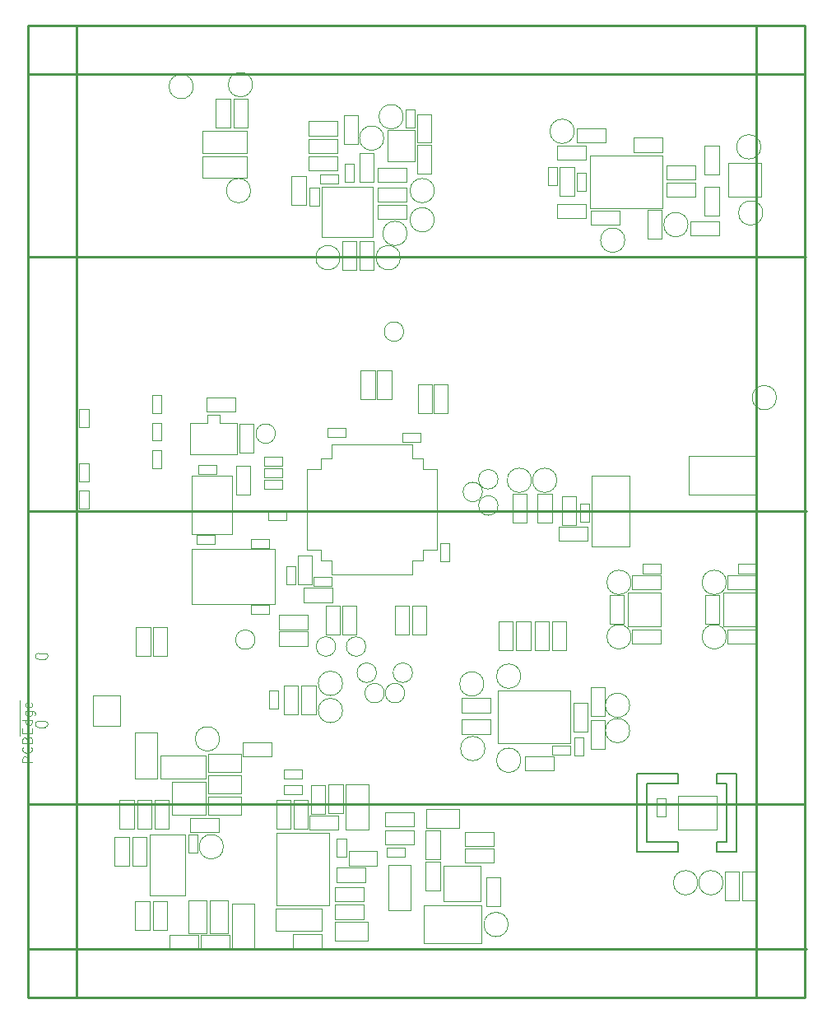
<source format=gbr>
G04 #@! TF.GenerationSoftware,KiCad,Pcbnew,5.1.5+dfsg1-2build2*
G04 #@! TF.CreationDate,2021-09-29T14:40:33+01:00*
G04 #@! TF.ProjectId,OSM_env01,4f534d5f-656e-4763-9031-2e6b69636164,B*
G04 #@! TF.SameCoordinates,Original*
G04 #@! TF.FileFunction,Other,User*
%FSLAX46Y46*%
G04 Gerber Fmt 4.6, Leading zero omitted, Abs format (unit mm)*
G04 Created by KiCad (PCBNEW 5.1.5+dfsg1-2build2) date 2021-09-29 14:40:33*
%MOMM*%
%LPD*%
G04 APERTURE LIST*
%ADD10C,0.150000*%
%ADD11C,0.254000*%
%ADD12C,0.050000*%
%ADD13C,0.100000*%
G04 APERTURE END LIST*
D10*
X155600000Y-113200000D02*
X155600000Y-105200000D01*
X153600000Y-105200000D02*
X155600000Y-105200000D01*
X153600000Y-113200000D02*
X153600000Y-112200000D01*
X153600000Y-113200000D02*
X155600000Y-113200000D01*
X145400000Y-113200000D02*
X145400000Y-105200000D01*
X153600000Y-106200000D02*
X153600000Y-105200000D01*
X149600000Y-106200000D02*
X149600000Y-105200000D01*
X149600000Y-113200000D02*
X145400000Y-113200000D01*
X149600000Y-112200000D02*
X149600000Y-113200000D01*
X147400000Y-112200000D02*
X149600000Y-112200000D01*
X147400000Y-106200000D02*
X149600000Y-106200000D01*
X146400000Y-106200000D02*
X147400000Y-106200000D01*
X146400000Y-112200000D02*
X146400000Y-106200000D01*
X147400000Y-112200000D02*
X146400000Y-112200000D01*
X149600000Y-105200000D02*
X145400000Y-105200000D01*
X153600000Y-112200000D02*
X154600000Y-112200000D01*
X153600000Y-106200000D02*
X154600000Y-106200000D01*
X154600000Y-112200000D02*
X154600000Y-106200000D01*
D11*
X82700000Y-108300000D02*
X162700000Y-108300000D01*
X82710000Y-52000000D02*
X162710000Y-52000000D01*
X82800000Y-78200000D02*
X162800000Y-78200000D01*
X82800000Y-123200000D02*
X162800000Y-123200000D01*
X87700000Y-128200000D02*
X87700000Y-28200000D01*
X157700000Y-128200000D02*
X157700000Y-28200000D01*
X82700000Y-33200000D02*
X162700000Y-33200000D01*
X162700000Y-128200000D02*
X162700000Y-28200000D01*
X82700000Y-128200000D02*
X82700000Y-28200000D01*
X82700000Y-28200000D02*
X162700000Y-28200000D01*
X82700000Y-128200000D02*
X162700000Y-128200000D01*
D12*
X96470000Y-68130000D02*
X96470000Y-66270000D01*
X95530000Y-68130000D02*
X96470000Y-68130000D01*
X95530000Y-66270000D02*
X95530000Y-68130000D01*
X96470000Y-66270000D02*
X95530000Y-66270000D01*
X95530000Y-69070000D02*
X95530000Y-70930000D01*
X96470000Y-69070000D02*
X95530000Y-69070000D01*
X96470000Y-70930000D02*
X96470000Y-69070000D01*
X95530000Y-70930000D02*
X96470000Y-70930000D01*
X88030000Y-73270000D02*
X88030000Y-75130000D01*
X88970000Y-73270000D02*
X88030000Y-73270000D01*
X88970000Y-75130000D02*
X88970000Y-73270000D01*
X88030000Y-75130000D02*
X88970000Y-75130000D01*
X122300000Y-94800000D02*
G75*
G03X122300000Y-94800000I-1000000J0D01*
G01*
X140750000Y-74550000D02*
X144650000Y-74550000D01*
X144650000Y-74562230D02*
X144650000Y-81850000D01*
X140750000Y-81850000D02*
X144650000Y-81850000D01*
X140750000Y-81850000D02*
X140750000Y-74561350D01*
X140750000Y-74550000D02*
X140750000Y-74561350D01*
X115330000Y-42470000D02*
X115330000Y-44330000D01*
X116270000Y-42470000D02*
X115330000Y-42470000D01*
X116270000Y-44330000D02*
X116270000Y-42470000D01*
X115330000Y-44330000D02*
X116270000Y-44330000D01*
X109870000Y-43720000D02*
X109870000Y-46680000D01*
X111330000Y-43720000D02*
X109870000Y-43720000D01*
X111330000Y-46680000D02*
X111330000Y-43720000D01*
X109870000Y-46680000D02*
X111330000Y-46680000D01*
X111730000Y-44870000D02*
X111730000Y-46730000D01*
X112670000Y-44870000D02*
X111730000Y-44870000D01*
X112670000Y-46730000D02*
X112670000Y-44870000D01*
X111730000Y-46730000D02*
X112670000Y-46730000D01*
X88030000Y-67670000D02*
X88030000Y-69530000D01*
X88970000Y-67670000D02*
X88030000Y-67670000D01*
X88970000Y-69530000D02*
X88970000Y-67670000D01*
X88030000Y-69530000D02*
X88970000Y-69530000D01*
X95530000Y-71870000D02*
X95530000Y-73730000D01*
X96470000Y-71870000D02*
X95530000Y-71870000D01*
X96470000Y-73730000D02*
X96470000Y-71870000D01*
X95530000Y-73730000D02*
X96470000Y-73730000D01*
X139870000Y-103280000D02*
X139870000Y-101420000D01*
X138930000Y-103280000D02*
X139870000Y-103280000D01*
X138930000Y-101420000D02*
X138930000Y-103280000D01*
X139870000Y-101420000D02*
X138930000Y-101420000D01*
X139230000Y-43370000D02*
X139230000Y-45230000D01*
X140170000Y-43370000D02*
X139230000Y-43370000D01*
X140170000Y-45230000D02*
X140170000Y-43370000D01*
X139230000Y-45230000D02*
X140170000Y-45230000D01*
X148395000Y-109555000D02*
X148395000Y-107695000D01*
X147455000Y-109555000D02*
X148395000Y-109555000D01*
X147455000Y-107695000D02*
X147455000Y-109555000D01*
X148395000Y-107695000D02*
X147455000Y-107695000D01*
X122570000Y-38730000D02*
X122570000Y-36870000D01*
X121630000Y-38730000D02*
X122570000Y-38730000D01*
X121630000Y-36870000D02*
X121630000Y-38730000D01*
X122570000Y-36870000D02*
X121630000Y-36870000D01*
X88030000Y-76070000D02*
X88030000Y-77930000D01*
X88970000Y-76070000D02*
X88030000Y-76070000D01*
X88970000Y-77930000D02*
X88970000Y-76070000D01*
X88030000Y-77930000D02*
X88970000Y-77930000D01*
X115450000Y-106250000D02*
X117750000Y-106250000D01*
X117750000Y-110950000D02*
X117750000Y-106250000D01*
X115450000Y-110950000D02*
X117750000Y-110950000D01*
X115450000Y-106250000D02*
X115450000Y-110950000D01*
X147850000Y-90050000D02*
X147850000Y-86550000D01*
X144450000Y-90050000D02*
X147850000Y-90050000D01*
X144450000Y-86550000D02*
X144450000Y-90050000D01*
X147850000Y-86550000D02*
X144450000Y-86550000D01*
X157650000Y-90050000D02*
X157650000Y-86550000D01*
X154250000Y-90050000D02*
X157650000Y-90050000D01*
X154250000Y-86550000D02*
X154250000Y-90050000D01*
X157650000Y-86550000D02*
X154250000Y-86550000D01*
X112950000Y-119050000D02*
X112950000Y-121350000D01*
X108250000Y-121350000D02*
X112950000Y-121350000D01*
X108250000Y-119050000D02*
X108250000Y-121350000D01*
X112950000Y-119050000D02*
X108250000Y-119050000D01*
X123450000Y-122650000D02*
X129350000Y-122650000D01*
X123450000Y-118750000D02*
X123450000Y-122650000D01*
X129350000Y-118750000D02*
X123450000Y-118750000D01*
X129350000Y-122650000D02*
X129350000Y-118750000D01*
X108300000Y-118700000D02*
X108300000Y-111300000D01*
X113700000Y-118700000D02*
X108300000Y-118700000D01*
X113700000Y-111300000D02*
X113700000Y-118700000D01*
X108300000Y-111300000D02*
X113700000Y-111300000D01*
X125130000Y-113980000D02*
X125130000Y-111020000D01*
X123670000Y-113980000D02*
X125130000Y-113980000D01*
X123670000Y-111020000D02*
X123670000Y-113980000D01*
X125130000Y-111020000D02*
X123670000Y-111020000D01*
X125130000Y-117180000D02*
X125130000Y-114220000D01*
X123670000Y-117180000D02*
X125130000Y-117180000D01*
X123670000Y-114220000D02*
X123670000Y-117180000D01*
X125130000Y-114220000D02*
X123670000Y-114220000D01*
X115270000Y-37420000D02*
X115270000Y-40380000D01*
X116730000Y-37420000D02*
X115270000Y-37420000D01*
X116730000Y-40380000D02*
X116730000Y-37420000D01*
X115270000Y-40380000D02*
X116730000Y-40380000D01*
X118330000Y-53380000D02*
X118330000Y-50420000D01*
X116870000Y-53380000D02*
X118330000Y-53380000D01*
X116870000Y-50420000D02*
X116870000Y-53380000D01*
X118330000Y-50420000D02*
X116870000Y-50420000D01*
X116530000Y-53367500D02*
X116530000Y-50407500D01*
X115070000Y-53367500D02*
X116530000Y-53367500D01*
X115070000Y-50407500D02*
X115070000Y-53367500D01*
X116530000Y-50407500D02*
X115070000Y-50407500D01*
X95770000Y-107920000D02*
X95770000Y-110880000D01*
X97230000Y-107920000D02*
X95770000Y-107920000D01*
X97230000Y-110880000D02*
X97230000Y-107920000D01*
X95770000Y-110880000D02*
X97230000Y-110880000D01*
X110070000Y-107920000D02*
X110070000Y-110880000D01*
X111530000Y-107920000D02*
X110070000Y-107920000D01*
X111530000Y-110880000D02*
X111530000Y-107920000D01*
X110070000Y-110880000D02*
X111530000Y-110880000D01*
X108270000Y-107920000D02*
X108270000Y-110880000D01*
X109730000Y-107920000D02*
X108270000Y-107920000D01*
X109730000Y-110880000D02*
X109730000Y-107920000D01*
X108270000Y-110880000D02*
X109730000Y-110880000D01*
X110880000Y-96110000D02*
X110880000Y-99070000D01*
X112340000Y-96110000D02*
X110880000Y-96110000D01*
X112340000Y-99070000D02*
X112340000Y-96110000D01*
X110880000Y-99070000D02*
X112340000Y-99070000D01*
X110540000Y-99070000D02*
X110540000Y-96110000D01*
X109080000Y-99070000D02*
X110540000Y-99070000D01*
X109080000Y-96110000D02*
X109080000Y-99070000D01*
X110540000Y-96110000D02*
X109080000Y-96110000D01*
X118680000Y-113170000D02*
X115720000Y-113170000D01*
X118680000Y-114630000D02*
X118680000Y-113170000D01*
X115720000Y-114630000D02*
X118680000Y-114630000D01*
X115720000Y-113170000D02*
X115720000Y-114630000D01*
X117280000Y-116870000D02*
X114320000Y-116870000D01*
X117280000Y-118330000D02*
X117280000Y-116870000D01*
X114320000Y-118330000D02*
X117280000Y-118330000D01*
X114320000Y-116870000D02*
X114320000Y-118330000D01*
X117280000Y-118670000D02*
X114320000Y-118670000D01*
X117280000Y-120130000D02*
X117280000Y-118670000D01*
X114320000Y-120130000D02*
X117280000Y-120130000D01*
X114320000Y-118670000D02*
X114320000Y-120130000D01*
X133920000Y-104880000D02*
X136880000Y-104880000D01*
X133920000Y-103420000D02*
X133920000Y-104880000D01*
X136880000Y-103420000D02*
X133920000Y-103420000D01*
X136880000Y-104880000D02*
X136880000Y-103420000D01*
X142130000Y-99230000D02*
X142130000Y-96270000D01*
X140670000Y-99230000D02*
X142130000Y-99230000D01*
X140670000Y-96270000D02*
X140670000Y-99230000D01*
X142130000Y-96270000D02*
X140670000Y-96270000D01*
X140330000Y-100830000D02*
X140330000Y-97870000D01*
X138870000Y-100830000D02*
X140330000Y-100830000D01*
X138870000Y-97870000D02*
X138870000Y-100830000D01*
X140330000Y-97870000D02*
X138870000Y-97870000D01*
X142130000Y-102630000D02*
X142130000Y-99670000D01*
X140670000Y-102630000D02*
X142130000Y-102630000D01*
X140670000Y-99670000D02*
X140670000Y-102630000D01*
X142130000Y-99670000D02*
X140670000Y-99670000D01*
X116870000Y-41370000D02*
X116870000Y-44330000D01*
X118330000Y-41370000D02*
X116870000Y-41370000D01*
X118330000Y-44330000D02*
X118330000Y-41370000D01*
X116870000Y-44330000D02*
X118330000Y-44330000D01*
X121680000Y-42870000D02*
X118720000Y-42870000D01*
X121680000Y-44330000D02*
X121680000Y-42870000D01*
X118720000Y-44330000D02*
X121680000Y-44330000D01*
X118720000Y-42870000D02*
X118720000Y-44330000D01*
X121680000Y-44870000D02*
X118720000Y-44870000D01*
X121680000Y-46330000D02*
X121680000Y-44870000D01*
X118720000Y-46330000D02*
X121680000Y-46330000D01*
X118720000Y-44870000D02*
X118720000Y-46330000D01*
X121680000Y-46670000D02*
X118720000Y-46670000D01*
X121680000Y-48130000D02*
X121680000Y-46670000D01*
X118720000Y-48130000D02*
X121680000Y-48130000D01*
X118720000Y-46670000D02*
X118720000Y-48130000D01*
X142180000Y-38770000D02*
X139220000Y-38770000D01*
X142180000Y-40230000D02*
X142180000Y-38770000D01*
X139220000Y-40230000D02*
X142180000Y-40230000D01*
X139220000Y-38770000D02*
X139220000Y-40230000D01*
X140620000Y-48730000D02*
X143580000Y-48730000D01*
X140620000Y-47270000D02*
X140620000Y-48730000D01*
X143580000Y-47270000D02*
X140620000Y-47270000D01*
X143580000Y-48730000D02*
X143580000Y-47270000D01*
X140180000Y-40570000D02*
X137220000Y-40570000D01*
X140180000Y-42030000D02*
X140180000Y-40570000D01*
X137220000Y-42030000D02*
X140180000Y-42030000D01*
X137220000Y-40570000D02*
X137220000Y-42030000D01*
X148420000Y-44030000D02*
X151380000Y-44030000D01*
X148420000Y-42570000D02*
X148420000Y-44030000D01*
X151380000Y-42570000D02*
X148420000Y-42570000D01*
X151380000Y-44030000D02*
X151380000Y-42570000D01*
X144870000Y-91830000D02*
X147830000Y-91830000D01*
X144870000Y-90370000D02*
X144870000Y-91830000D01*
X147830000Y-90370000D02*
X144870000Y-90370000D01*
X147830000Y-91830000D02*
X147830000Y-90370000D01*
X147830000Y-84770000D02*
X144870000Y-84770000D01*
X147830000Y-86230000D02*
X147830000Y-84770000D01*
X144870000Y-86230000D02*
X147830000Y-86230000D01*
X144870000Y-84770000D02*
X144870000Y-86230000D01*
X154670000Y-91830000D02*
X157630000Y-91830000D01*
X154670000Y-90370000D02*
X154670000Y-91830000D01*
X157630000Y-90370000D02*
X154670000Y-90370000D01*
X157630000Y-91830000D02*
X157630000Y-90370000D01*
X157630000Y-84770000D02*
X154670000Y-84770000D01*
X157630000Y-86230000D02*
X157630000Y-84770000D01*
X154670000Y-86230000D02*
X157630000Y-86230000D01*
X154670000Y-84770000D02*
X154670000Y-86230000D01*
X156270000Y-115270000D02*
X156270000Y-118230000D01*
X157730000Y-115270000D02*
X156270000Y-115270000D01*
X157730000Y-118230000D02*
X157730000Y-115270000D01*
X156270000Y-118230000D02*
X157730000Y-118230000D01*
X155930000Y-118230000D02*
X155930000Y-115270000D01*
X154470000Y-118230000D02*
X155930000Y-118230000D01*
X154470000Y-115270000D02*
X154470000Y-118230000D01*
X155930000Y-115270000D02*
X154470000Y-115270000D01*
X144080000Y-89780000D02*
X144080000Y-86820000D01*
X142620000Y-89780000D02*
X144080000Y-89780000D01*
X142620000Y-86820000D02*
X142620000Y-89780000D01*
X144080000Y-86820000D02*
X142620000Y-86820000D01*
X153880000Y-89780000D02*
X153880000Y-86820000D01*
X152420000Y-89780000D02*
X153880000Y-89780000D01*
X152420000Y-86820000D02*
X152420000Y-89780000D01*
X153880000Y-86820000D02*
X152420000Y-86820000D01*
X100720000Y-41320000D02*
X105280000Y-41320000D01*
X100720000Y-39080000D02*
X100720000Y-41320000D01*
X105280000Y-39080000D02*
X100720000Y-39080000D01*
X105280000Y-41320000D02*
X105280000Y-39080000D01*
X103870000Y-35720000D02*
X103870000Y-38680000D01*
X105330000Y-35720000D02*
X103870000Y-35720000D01*
X105330000Y-38680000D02*
X105330000Y-35720000D01*
X103870000Y-38680000D02*
X105330000Y-38680000D01*
X102070000Y-35720000D02*
X102070000Y-38680000D01*
X103530000Y-35720000D02*
X102070000Y-35720000D01*
X103530000Y-38680000D02*
X103530000Y-35720000D01*
X102070000Y-38680000D02*
X103530000Y-38680000D01*
X114680000Y-109470000D02*
X111720000Y-109470000D01*
X114680000Y-110930000D02*
X114680000Y-109470000D01*
X111720000Y-110930000D02*
X114680000Y-110930000D01*
X111720000Y-109470000D02*
X111720000Y-110930000D01*
X110020000Y-123130000D02*
X112980000Y-123130000D01*
X110020000Y-121670000D02*
X110020000Y-123130000D01*
X112980000Y-121670000D02*
X110020000Y-121670000D01*
X112980000Y-123130000D02*
X112980000Y-121670000D01*
X125500000Y-114700000D02*
X125500000Y-118300000D01*
X129300000Y-114700000D02*
X125500000Y-114700000D01*
X129300000Y-118300000D02*
X129300000Y-114700000D01*
X125500000Y-118300000D02*
X129300000Y-118300000D01*
X138500000Y-102050000D02*
X131100000Y-102050000D01*
X138500000Y-96650000D02*
X138500000Y-102050000D01*
X131100000Y-96650000D02*
X138500000Y-96650000D01*
X131100000Y-102050000D02*
X131100000Y-96650000D01*
X119700000Y-42200000D02*
X119700000Y-39000000D01*
X122500000Y-42200000D02*
X122500000Y-39000000D01*
X122500000Y-42200000D02*
X119700000Y-42200000D01*
X119700000Y-39000000D02*
X122500000Y-39000000D01*
X109070000Y-105670000D02*
X110930000Y-105670000D01*
X109070000Y-104730000D02*
X109070000Y-105670000D01*
X110930000Y-104730000D02*
X109070000Y-104730000D01*
X110930000Y-105670000D02*
X110930000Y-104730000D01*
X113570000Y-70570000D02*
X115430000Y-70570000D01*
X113570000Y-69630000D02*
X113570000Y-70570000D01*
X115430000Y-69630000D02*
X113570000Y-69630000D01*
X115430000Y-70570000D02*
X115430000Y-69630000D01*
X113980000Y-84930000D02*
X112120000Y-84930000D01*
X113980000Y-85870000D02*
X113980000Y-84930000D01*
X112120000Y-85870000D02*
X113980000Y-85870000D01*
X112120000Y-84930000D02*
X112120000Y-85870000D01*
X125130000Y-81470000D02*
X125130000Y-83330000D01*
X126070000Y-81470000D02*
X125130000Y-81470000D01*
X126070000Y-83330000D02*
X126070000Y-81470000D01*
X125130000Y-83330000D02*
X126070000Y-83330000D01*
X121270000Y-71070000D02*
X123130000Y-71070000D01*
X121270000Y-70130000D02*
X121270000Y-71070000D01*
X123130000Y-70130000D02*
X121270000Y-70130000D01*
X123130000Y-71070000D02*
X123130000Y-70130000D01*
X137670000Y-76620000D02*
X137670000Y-79580000D01*
X139130000Y-76620000D02*
X137670000Y-76620000D01*
X139130000Y-79580000D02*
X139130000Y-76620000D01*
X137670000Y-79580000D02*
X139130000Y-79580000D01*
X139530000Y-77370000D02*
X139530000Y-79230000D01*
X140470000Y-77370000D02*
X139530000Y-77370000D01*
X140470000Y-79230000D02*
X140470000Y-77370000D01*
X139530000Y-79230000D02*
X140470000Y-79230000D01*
X107470000Y-79070000D02*
X109330000Y-79070000D01*
X107470000Y-78130000D02*
X107470000Y-79070000D01*
X109330000Y-78130000D02*
X107470000Y-78130000D01*
X109330000Y-79070000D02*
X109330000Y-78130000D01*
X159750000Y-66500000D02*
G75*
G03X159750000Y-66500000I-1250000J0D01*
G01*
X99750000Y-34500000D02*
G75*
G03X99750000Y-34500000I-1250000J0D01*
G01*
X134030000Y-79380000D02*
X134030000Y-76420000D01*
X132570000Y-79380000D02*
X134030000Y-79380000D01*
X132570000Y-76420000D02*
X132570000Y-79380000D01*
X134030000Y-76420000D02*
X132570000Y-76420000D01*
X136630000Y-79380000D02*
X136630000Y-76420000D01*
X135170000Y-79380000D02*
X136630000Y-79380000D01*
X135170000Y-76420000D02*
X135170000Y-79380000D01*
X136630000Y-76420000D02*
X135170000Y-76420000D01*
X104820000Y-103430000D02*
X107780000Y-103430000D01*
X104820000Y-101970000D02*
X104820000Y-103430000D01*
X107780000Y-101970000D02*
X104820000Y-101970000D01*
X107780000Y-103430000D02*
X107780000Y-101970000D01*
X120130000Y-66680000D02*
X120130000Y-63720000D01*
X118670000Y-66680000D02*
X120130000Y-66680000D01*
X118670000Y-63720000D02*
X118670000Y-66680000D01*
X120130000Y-63720000D02*
X118670000Y-63720000D01*
X118430000Y-66680000D02*
X118430000Y-63720000D01*
X116970000Y-66680000D02*
X118430000Y-66680000D01*
X116970000Y-63720000D02*
X116970000Y-66680000D01*
X118430000Y-63720000D02*
X116970000Y-63720000D01*
X120470000Y-87932500D02*
X120470000Y-90892500D01*
X121930000Y-87932500D02*
X120470000Y-87932500D01*
X121930000Y-90892500D02*
X121930000Y-87932500D01*
X120470000Y-90892500D02*
X121930000Y-90892500D01*
X122270000Y-87932500D02*
X122270000Y-90892500D01*
X123730000Y-87932500D02*
X122270000Y-87932500D01*
X123730000Y-90892500D02*
X123730000Y-87932500D01*
X122270000Y-90892500D02*
X123730000Y-90892500D01*
X124330000Y-68080000D02*
X124330000Y-65120000D01*
X122870000Y-68080000D02*
X124330000Y-68080000D01*
X122870000Y-65120000D02*
X122870000Y-68080000D01*
X124330000Y-65120000D02*
X122870000Y-65120000D01*
X125930000Y-68080000D02*
X125930000Y-65120000D01*
X124470000Y-68080000D02*
X125930000Y-68080000D01*
X124470000Y-65120000D02*
X124470000Y-68080000D01*
X125930000Y-65120000D02*
X124470000Y-65120000D01*
X131170000Y-89520000D02*
X131170000Y-92480000D01*
X132630000Y-89520000D02*
X131170000Y-89520000D01*
X132630000Y-92480000D02*
X132630000Y-89520000D01*
X131170000Y-92480000D02*
X132630000Y-92480000D01*
X134430000Y-92480000D02*
X134430000Y-89520000D01*
X132970000Y-92480000D02*
X134430000Y-92480000D01*
X132970000Y-89520000D02*
X132970000Y-92480000D01*
X134430000Y-89520000D02*
X132970000Y-89520000D01*
X134870000Y-89520000D02*
X134870000Y-92480000D01*
X136330000Y-89520000D02*
X134870000Y-89520000D01*
X136330000Y-92480000D02*
X136330000Y-89520000D01*
X134870000Y-92480000D02*
X136330000Y-92480000D01*
X138130000Y-92480000D02*
X138130000Y-89520000D01*
X136670000Y-92480000D02*
X138130000Y-92480000D01*
X136670000Y-89520000D02*
X136670000Y-92480000D01*
X138130000Y-89520000D02*
X136670000Y-89520000D01*
X151380000Y-44370000D02*
X148420000Y-44370000D01*
X151380000Y-45830000D02*
X151380000Y-44370000D01*
X148420000Y-45830000D02*
X151380000Y-45830000D01*
X148420000Y-44370000D02*
X148420000Y-45830000D01*
X104120000Y-73520000D02*
X104120000Y-76480000D01*
X105580000Y-73520000D02*
X104120000Y-73520000D01*
X105580000Y-76480000D02*
X105580000Y-73520000D01*
X104120000Y-76480000D02*
X105580000Y-76480000D01*
X111870000Y-106332500D02*
X111870000Y-109292500D01*
X113330000Y-106332500D02*
X111870000Y-106332500D01*
X113330000Y-109292500D02*
X113330000Y-106332500D01*
X111870000Y-109292500D02*
X113330000Y-109292500D01*
X115130000Y-109280000D02*
X115130000Y-106320000D01*
X113670000Y-109280000D02*
X115130000Y-109280000D01*
X113670000Y-106320000D02*
X113670000Y-109280000D01*
X115130000Y-106320000D02*
X113670000Y-106320000D01*
X137320000Y-81230000D02*
X140280000Y-81230000D01*
X137320000Y-79770000D02*
X137320000Y-81230000D01*
X140280000Y-79770000D02*
X137320000Y-79770000D01*
X140280000Y-81230000D02*
X140280000Y-79770000D01*
X100720000Y-43920000D02*
X105280000Y-43920000D01*
X100720000Y-41680000D02*
X100720000Y-43920000D01*
X105280000Y-41680000D02*
X100720000Y-41680000D01*
X105280000Y-43920000D02*
X105280000Y-41680000D01*
X99450000Y-72370000D02*
X99450000Y-69080000D01*
X104250000Y-72370000D02*
X99450000Y-72370000D01*
X104250000Y-69080000D02*
X104250000Y-72370000D01*
X99450000Y-69080000D02*
X101200000Y-69080000D01*
X102500000Y-69080000D02*
X104250000Y-69080000D01*
X102500000Y-68270000D02*
X102500000Y-69080000D01*
X101200000Y-68270000D02*
X102500000Y-68270000D01*
X101200000Y-69080000D02*
X101200000Y-68270000D01*
D13*
X84500000Y-92800000D02*
G75*
G02X84500000Y-93400000I0J-300000D01*
G01*
X83800000Y-92800000D02*
X84500000Y-92800000D01*
X84500000Y-93400000D02*
X83800000Y-93400000D01*
X83800000Y-93400000D02*
G75*
G02X83800000Y-92800000I0J300000D01*
G01*
X84500000Y-99800000D02*
G75*
G02X84500000Y-100400000I0J-300000D01*
G01*
X83800000Y-99800000D02*
X84500000Y-99800000D01*
X84500000Y-100400000D02*
X83800000Y-100400000D01*
X83800000Y-100400000D02*
G75*
G02X83800000Y-99800000I0J300000D01*
G01*
D12*
X118200000Y-50000000D02*
X113000000Y-50000000D01*
X118200000Y-44800000D02*
X118200000Y-50000000D01*
X113000000Y-44800000D02*
X118200000Y-44800000D01*
X113000000Y-50000000D02*
X113000000Y-44800000D01*
X124825001Y-73824999D02*
X124825001Y-77974999D01*
X123375001Y-73824999D02*
X124825001Y-73824999D01*
X123375001Y-72724999D02*
X123375001Y-73824999D01*
X122275001Y-72724999D02*
X123375001Y-72724999D01*
X122275001Y-71274999D02*
X122275001Y-72724999D01*
X118125001Y-71274999D02*
X122275001Y-71274999D01*
X111425001Y-73824999D02*
X111425001Y-77974999D01*
X112875001Y-73824999D02*
X111425001Y-73824999D01*
X112875001Y-72724999D02*
X112875001Y-73824999D01*
X113975001Y-72724999D02*
X112875001Y-72724999D01*
X113975001Y-71274999D02*
X113975001Y-72724999D01*
X118125001Y-71274999D02*
X113975001Y-71274999D01*
X124825001Y-82124999D02*
X124825001Y-77974999D01*
X123375001Y-82124999D02*
X124825001Y-82124999D01*
X123375001Y-83224999D02*
X123375001Y-82124999D01*
X122275001Y-83224999D02*
X123375001Y-83224999D01*
X122275001Y-84674999D02*
X122275001Y-83224999D01*
X118125001Y-84674999D02*
X122275001Y-84674999D01*
X111425001Y-82124999D02*
X111425001Y-77974999D01*
X112875001Y-82124999D02*
X111425001Y-82124999D01*
X112875001Y-83224999D02*
X112875001Y-82124999D01*
X113975001Y-83224999D02*
X112875001Y-83224999D01*
X113975001Y-84674999D02*
X113975001Y-83224999D01*
X118125001Y-84674999D02*
X113975001Y-84674999D01*
X103750000Y-74500000D02*
X103750000Y-80500000D01*
X99550000Y-74500000D02*
X103750000Y-74500000D01*
X99550000Y-80500000D02*
X99550000Y-74500000D01*
X103750000Y-80500000D02*
X99550000Y-80500000D01*
X99550000Y-82100000D02*
X108150000Y-82100000D01*
X99550000Y-87700000D02*
X99550000Y-82100000D01*
X108150000Y-87700000D02*
X99550000Y-87700000D01*
X108150000Y-82100000D02*
X108150000Y-87700000D01*
X137220000Y-48030000D02*
X140180000Y-48030000D01*
X137220000Y-46570000D02*
X137220000Y-48030000D01*
X140180000Y-46570000D02*
X137220000Y-46570000D01*
X140180000Y-48030000D02*
X140180000Y-46570000D01*
X146470000Y-47220000D02*
X146470000Y-50180000D01*
X147930000Y-47220000D02*
X146470000Y-47220000D01*
X147930000Y-50180000D02*
X147930000Y-47220000D01*
X146470000Y-50180000D02*
X147930000Y-50180000D01*
X158200000Y-45850000D02*
X158200000Y-42350000D01*
X154800000Y-45850000D02*
X158200000Y-45850000D01*
X154800000Y-42350000D02*
X154800000Y-45850000D01*
X158200000Y-42350000D02*
X154800000Y-42350000D01*
X145020000Y-41230000D02*
X147980000Y-41230000D01*
X145020000Y-39770000D02*
X145020000Y-41230000D01*
X147980000Y-39770000D02*
X145020000Y-39770000D01*
X147980000Y-41230000D02*
X147980000Y-39770000D01*
X99250000Y-118220000D02*
X99250000Y-121580000D01*
X101150000Y-118220000D02*
X99250000Y-118220000D01*
X101150000Y-121580000D02*
X101150000Y-118220000D01*
X99250000Y-121580000D02*
X101150000Y-121580000D01*
X101450000Y-118220000D02*
X101450000Y-121580000D01*
X103350000Y-118220000D02*
X101450000Y-118220000D01*
X103350000Y-121580000D02*
X103350000Y-118220000D01*
X101450000Y-121580000D02*
X103350000Y-121580000D01*
X104680000Y-107550000D02*
X101320000Y-107550000D01*
X104680000Y-109450000D02*
X104680000Y-107550000D01*
X101320000Y-109450000D02*
X104680000Y-109450000D01*
X101320000Y-107550000D02*
X101320000Y-109450000D01*
X104680000Y-105350000D02*
X101320000Y-105350000D01*
X104680000Y-107250000D02*
X104680000Y-105350000D01*
X101320000Y-107250000D02*
X104680000Y-107250000D01*
X101320000Y-105350000D02*
X101320000Y-107250000D01*
X93630000Y-110880000D02*
X93630000Y-107920000D01*
X92170000Y-110880000D02*
X93630000Y-110880000D01*
X92170000Y-107920000D02*
X92170000Y-110880000D01*
X93630000Y-107920000D02*
X92170000Y-107920000D01*
X103480000Y-121770000D02*
X100520000Y-121770000D01*
X103480000Y-123230000D02*
X103480000Y-121770000D01*
X100520000Y-123230000D02*
X103480000Y-123230000D01*
X100520000Y-121770000D02*
X100520000Y-123230000D01*
X101050000Y-106000000D02*
X97550000Y-106000000D01*
X101050000Y-109400000D02*
X101050000Y-106000000D01*
X97550000Y-109400000D02*
X101050000Y-109400000D01*
X97550000Y-106000000D02*
X97550000Y-109400000D01*
X97320000Y-123230000D02*
X100280000Y-123230000D01*
X97320000Y-121770000D02*
X97320000Y-123230000D01*
X100280000Y-121770000D02*
X97320000Y-121770000D01*
X100280000Y-123230000D02*
X100280000Y-121770000D01*
X93770000Y-118320000D02*
X93770000Y-121280000D01*
X95230000Y-118320000D02*
X93770000Y-118320000D01*
X95230000Y-121280000D02*
X95230000Y-118320000D01*
X93770000Y-121280000D02*
X95230000Y-121280000D01*
X93130000Y-114680000D02*
X93130000Y-111720000D01*
X91670000Y-114680000D02*
X93130000Y-114680000D01*
X91670000Y-111720000D02*
X91670000Y-114680000D01*
X93130000Y-111720000D02*
X91670000Y-111720000D01*
X95570000Y-118320000D02*
X95570000Y-121280000D01*
X97030000Y-118320000D02*
X95570000Y-118320000D01*
X97030000Y-121280000D02*
X97030000Y-118320000D01*
X95570000Y-121280000D02*
X97030000Y-121280000D01*
X94930000Y-114680000D02*
X94930000Y-111720000D01*
X93470000Y-114680000D02*
X94930000Y-114680000D01*
X93470000Y-111720000D02*
X93470000Y-114680000D01*
X94930000Y-111720000D02*
X93470000Y-111720000D01*
X95430000Y-110880000D02*
X95430000Y-107920000D01*
X93970000Y-110880000D02*
X95430000Y-110880000D01*
X93970000Y-107920000D02*
X93970000Y-110880000D01*
X95430000Y-107920000D02*
X93970000Y-107920000D01*
X102380000Y-109770000D02*
X99420000Y-109770000D01*
X102380000Y-111230000D02*
X102380000Y-109770000D01*
X99420000Y-111230000D02*
X102380000Y-111230000D01*
X99420000Y-109770000D02*
X99420000Y-111230000D01*
X95250000Y-117750000D02*
X95250000Y-111450000D01*
X98950000Y-117750000D02*
X98950000Y-111450000D01*
X98950000Y-111450000D02*
X95250000Y-111450000D01*
X98950000Y-117750000D02*
X95250000Y-117750000D01*
X148000000Y-47000000D02*
X140600000Y-47000000D01*
X148000000Y-41600000D02*
X148000000Y-47000000D01*
X140600000Y-41600000D02*
X148000000Y-41600000D01*
X140600000Y-47000000D02*
X140600000Y-41600000D01*
X129870000Y-115820000D02*
X129870000Y-118780000D01*
X131330000Y-115820000D02*
X129870000Y-115820000D01*
X131330000Y-118780000D02*
X131330000Y-115820000D01*
X129870000Y-118780000D02*
X131330000Y-118780000D01*
X119350000Y-39800000D02*
G75*
G03X119350000Y-39800000I-1250000J0D01*
G01*
X121750000Y-49600000D02*
G75*
G03X121750000Y-49600000I-1250000J0D01*
G01*
X124550000Y-48200000D02*
G75*
G03X124550000Y-48200000I-1250000J0D01*
G01*
X124550000Y-45200000D02*
G75*
G03X124550000Y-45200000I-1250000J0D01*
G01*
X121350000Y-37600000D02*
G75*
G03X121350000Y-37600000I-1250000J0D01*
G01*
X121050000Y-52100000D02*
G75*
G03X121050000Y-52100000I-1250000J0D01*
G01*
X114850000Y-52100000D02*
G75*
G03X114850000Y-52100000I-1250000J0D01*
G01*
X102850000Y-112700000D02*
G75*
G03X102850000Y-112700000I-1250000J0D01*
G01*
X129750000Y-102600000D02*
G75*
G03X129750000Y-102600000I-1250000J0D01*
G01*
X150650000Y-48700000D02*
G75*
G03X150650000Y-48700000I-1250000J0D01*
G01*
X158350000Y-47500000D02*
G75*
G03X158350000Y-47500000I-1250000J0D01*
G01*
X115110000Y-98690000D02*
G75*
G03X115110000Y-98690000I-1250000J0D01*
G01*
X115110000Y-95890000D02*
G75*
G03X115110000Y-95890000I-1250000J0D01*
G01*
X132150000Y-120700000D02*
G75*
G03X132150000Y-120700000I-1250000J0D01*
G01*
X133450000Y-103800000D02*
G75*
G03X133450000Y-103800000I-1250000J0D01*
G01*
X133450000Y-95150000D02*
G75*
G03X133450000Y-95150000I-1250000J0D01*
G01*
X129650000Y-95950000D02*
G75*
G03X129650000Y-95950000I-1250000J0D01*
G01*
X144650000Y-98150000D02*
G75*
G03X144650000Y-98150000I-1250000J0D01*
G01*
X144650000Y-100750000D02*
G75*
G03X144650000Y-100750000I-1250000J0D01*
G01*
X158150000Y-40700000D02*
G75*
G03X158150000Y-40700000I-1250000J0D01*
G01*
X144800000Y-91100000D02*
G75*
G03X144800000Y-91100000I-1250000J0D01*
G01*
X154600000Y-91100000D02*
G75*
G03X154600000Y-91100000I-1250000J0D01*
G01*
X134550000Y-75000000D02*
G75*
G03X134550000Y-75000000I-1250000J0D01*
G01*
X137150000Y-75000000D02*
G75*
G03X137150000Y-75000000I-1250000J0D01*
G01*
X144800000Y-85500000D02*
G75*
G03X144800000Y-85500000I-1250000J0D01*
G01*
X154600000Y-85500000D02*
G75*
G03X154600000Y-85500000I-1250000J0D01*
G01*
X154250000Y-116400000D02*
G75*
G03X154250000Y-116400000I-1250000J0D01*
G01*
X151650000Y-116400000D02*
G75*
G03X151650000Y-116400000I-1250000J0D01*
G01*
X105850000Y-34300000D02*
G75*
G03X105850000Y-34300000I-1250000J0D01*
G01*
X105650000Y-45200000D02*
G75*
G03X105650000Y-45200000I-1250000J0D01*
G01*
X102450000Y-101600000D02*
G75*
G03X102450000Y-101600000I-1250000J0D01*
G01*
X138950000Y-39100000D02*
G75*
G03X138950000Y-39100000I-1250000J0D01*
G01*
X144150000Y-50300000D02*
G75*
G03X144150000Y-50300000I-1250000J0D01*
G01*
X152370000Y-44820000D02*
X152370000Y-47780000D01*
X153830000Y-44820000D02*
X152370000Y-44820000D01*
X153830000Y-47780000D02*
X153830000Y-44820000D01*
X152370000Y-47780000D02*
X153830000Y-47780000D01*
X153830000Y-43580000D02*
X153830000Y-40620000D01*
X152370000Y-43580000D02*
X153830000Y-43580000D01*
X152370000Y-40620000D02*
X152370000Y-43580000D01*
X153830000Y-40620000D02*
X152370000Y-40620000D01*
X100120000Y-81570000D02*
X101980000Y-81570000D01*
X100120000Y-80630000D02*
X100120000Y-81570000D01*
X101980000Y-80630000D02*
X100120000Y-80630000D01*
X101980000Y-81570000D02*
X101980000Y-80630000D01*
X102130000Y-73430000D02*
X100270000Y-73430000D01*
X102130000Y-74370000D02*
X102130000Y-73430000D01*
X100270000Y-74370000D02*
X102130000Y-74370000D01*
X100270000Y-73430000D02*
X100270000Y-74370000D01*
X107530000Y-87830000D02*
X105670000Y-87830000D01*
X107530000Y-88770000D02*
X107530000Y-87830000D01*
X105670000Y-88770000D02*
X107530000Y-88770000D01*
X105670000Y-87830000D02*
X105670000Y-88770000D01*
X107580000Y-81030000D02*
X105720000Y-81030000D01*
X107580000Y-81970000D02*
X107580000Y-81030000D01*
X105720000Y-81970000D02*
X107580000Y-81970000D01*
X105720000Y-81030000D02*
X105720000Y-81970000D01*
X107070000Y-74720000D02*
X108930000Y-74720000D01*
X107070000Y-73780000D02*
X107070000Y-74720000D01*
X108930000Y-73780000D02*
X107070000Y-73780000D01*
X108930000Y-74720000D02*
X108930000Y-73780000D01*
X107070000Y-73520000D02*
X108930000Y-73520000D01*
X107070000Y-72580000D02*
X107070000Y-73520000D01*
X108930000Y-72580000D02*
X107070000Y-72580000D01*
X108930000Y-73520000D02*
X108930000Y-72580000D01*
X107070000Y-75920000D02*
X108930000Y-75920000D01*
X107070000Y-74980000D02*
X107070000Y-75920000D01*
X108930000Y-74980000D02*
X107070000Y-74980000D01*
X108930000Y-75920000D02*
X108930000Y-74980000D01*
X131100000Y-77600000D02*
G75*
G03X131100000Y-77600000I-1000000J0D01*
G01*
X106100000Y-91400000D02*
G75*
G03X106100000Y-91400000I-1000000J0D01*
G01*
X118600000Y-94800000D02*
G75*
G03X118600000Y-94800000I-1000000J0D01*
G01*
X119400000Y-96900000D02*
G75*
G03X119400000Y-96900000I-1000000J0D01*
G01*
X129500000Y-76200000D02*
G75*
G03X129500000Y-76200000I-1000000J0D01*
G01*
X114400000Y-92100000D02*
G75*
G03X114400000Y-92100000I-1000000J0D01*
G01*
X117500000Y-92100000D02*
G75*
G03X117500000Y-92100000I-1000000J0D01*
G01*
X108200000Y-70200000D02*
G75*
G03X108200000Y-70200000I-1000000J0D01*
G01*
X121500000Y-96900000D02*
G75*
G03X121500000Y-96900000I-1000000J0D01*
G01*
X121400000Y-59700000D02*
G75*
G03X121400000Y-59700000I-1000000J0D01*
G01*
X110270000Y-85730000D02*
X110270000Y-83870000D01*
X109330000Y-85730000D02*
X110270000Y-85730000D01*
X109330000Y-83870000D02*
X109330000Y-85730000D01*
X110270000Y-83870000D02*
X109330000Y-83870000D01*
X131100000Y-74900000D02*
G75*
G03X131100000Y-74900000I-1000000J0D01*
G01*
X119520000Y-112460000D02*
X122480000Y-112460000D01*
X119520000Y-111000000D02*
X119520000Y-112460000D01*
X122480000Y-111000000D02*
X119520000Y-111000000D01*
X122480000Y-112460000D02*
X122480000Y-111000000D01*
X119520000Y-110630000D02*
X122480000Y-110630000D01*
X119520000Y-109170000D02*
X119520000Y-110630000D01*
X122480000Y-109170000D02*
X119520000Y-109170000D01*
X122480000Y-110630000D02*
X122480000Y-109170000D01*
X130680000Y-112870000D02*
X127720000Y-112870000D01*
X130680000Y-114330000D02*
X130680000Y-112870000D01*
X127720000Y-114330000D02*
X130680000Y-114330000D01*
X127720000Y-112870000D02*
X127720000Y-114330000D01*
X100170000Y-113330000D02*
X100170000Y-111470000D01*
X99230000Y-113330000D02*
X100170000Y-113330000D01*
X99230000Y-111470000D02*
X99230000Y-113330000D01*
X100170000Y-111470000D02*
X99230000Y-111470000D01*
X119670000Y-113770000D02*
X121530000Y-113770000D01*
X119670000Y-112830000D02*
X119670000Y-113770000D01*
X121530000Y-112830000D02*
X119670000Y-112830000D01*
X121530000Y-113770000D02*
X121530000Y-112830000D01*
X109070000Y-107270000D02*
X110930000Y-107270000D01*
X109070000Y-106330000D02*
X109070000Y-107270000D01*
X110930000Y-106330000D02*
X109070000Y-106330000D01*
X110930000Y-107270000D02*
X110930000Y-106330000D01*
X108480000Y-98520000D02*
X108480000Y-96660000D01*
X107540000Y-98520000D02*
X108480000Y-98520000D01*
X107540000Y-96660000D02*
X107540000Y-98520000D01*
X108480000Y-96660000D02*
X107540000Y-96660000D01*
X117480000Y-114870000D02*
X114520000Y-114870000D01*
X117480000Y-116330000D02*
X117480000Y-114870000D01*
X114520000Y-116330000D02*
X117480000Y-116330000D01*
X114520000Y-114870000D02*
X114520000Y-116330000D01*
X137470000Y-42820000D02*
X137470000Y-45780000D01*
X138930000Y-42820000D02*
X137470000Y-42820000D01*
X138930000Y-45780000D02*
X138930000Y-42820000D01*
X137470000Y-45780000D02*
X138930000Y-45780000D01*
X111620000Y-43130000D02*
X114580000Y-43130000D01*
X111620000Y-41670000D02*
X111620000Y-43130000D01*
X114580000Y-41670000D02*
X111620000Y-41670000D01*
X114580000Y-43130000D02*
X114580000Y-41670000D01*
X112770000Y-44470000D02*
X114630000Y-44470000D01*
X112770000Y-43530000D02*
X112770000Y-44470000D01*
X114630000Y-43530000D02*
X112770000Y-43530000D01*
X114630000Y-44470000D02*
X114630000Y-43530000D01*
X147880000Y-83630000D02*
X146020000Y-83630000D01*
X147880000Y-84570000D02*
X147880000Y-83630000D01*
X146020000Y-84570000D02*
X147880000Y-84570000D01*
X146020000Y-83630000D02*
X146020000Y-84570000D01*
X157680000Y-83630000D02*
X155820000Y-83630000D01*
X157680000Y-84570000D02*
X157680000Y-83630000D01*
X155820000Y-84570000D02*
X157680000Y-84570000D01*
X155820000Y-83630000D02*
X155820000Y-84570000D01*
X114080000Y-86070000D02*
X111120000Y-86070000D01*
X114080000Y-87530000D02*
X114080000Y-86070000D01*
X111120000Y-87530000D02*
X114080000Y-87530000D01*
X111120000Y-86070000D02*
X111120000Y-87530000D01*
X114530000Y-111870000D02*
X114530000Y-113730000D01*
X115470000Y-111870000D02*
X114530000Y-111870000D01*
X115470000Y-113730000D02*
X115470000Y-111870000D01*
X114530000Y-113730000D02*
X115470000Y-113730000D01*
X96050000Y-105650000D02*
X93750000Y-105650000D01*
X93750000Y-100950000D02*
X93750000Y-105650000D01*
X96050000Y-100950000D02*
X93750000Y-100950000D01*
X96050000Y-105650000D02*
X96050000Y-100950000D01*
X119850000Y-114550000D02*
X122150000Y-114550000D01*
X122150000Y-119250000D02*
X122150000Y-114550000D01*
X119850000Y-119250000D02*
X122150000Y-119250000D01*
X119850000Y-114550000D02*
X119850000Y-119250000D01*
X101050000Y-103350000D02*
X101050000Y-105650000D01*
X96350000Y-105650000D02*
X101050000Y-105650000D01*
X96350000Y-103350000D02*
X96350000Y-105650000D01*
X101050000Y-103350000D02*
X96350000Y-103350000D01*
X106050000Y-123250000D02*
X103750000Y-123250000D01*
X103750000Y-118550000D02*
X103750000Y-123250000D01*
X106050000Y-118550000D02*
X103750000Y-118550000D01*
X106050000Y-123250000D02*
X106050000Y-118550000D01*
X157700000Y-72500000D02*
X150700000Y-72500000D01*
X150700000Y-72500000D02*
X150700000Y-76500000D01*
X150700000Y-76500000D02*
X157700000Y-76500000D01*
X157700000Y-76500000D02*
X157700000Y-72500000D01*
X138530000Y-102280000D02*
X136670000Y-102280000D01*
X138530000Y-103220000D02*
X138530000Y-102280000D01*
X136670000Y-103220000D02*
X138530000Y-103220000D01*
X136670000Y-102280000D02*
X136670000Y-103220000D01*
X136230000Y-42770000D02*
X136230000Y-44630000D01*
X137170000Y-42770000D02*
X136230000Y-42770000D01*
X137170000Y-44630000D02*
X137170000Y-42770000D01*
X136230000Y-44630000D02*
X137170000Y-44630000D01*
X113370000Y-87932500D02*
X113370000Y-90892500D01*
X114830000Y-87932500D02*
X113370000Y-87932500D01*
X114830000Y-90892500D02*
X114830000Y-87932500D01*
X113370000Y-90892500D02*
X114830000Y-90892500D01*
X115070000Y-87932500D02*
X115070000Y-90892500D01*
X116530000Y-87932500D02*
X115070000Y-87932500D01*
X116530000Y-90892500D02*
X116530000Y-87932500D01*
X115070000Y-90892500D02*
X116530000Y-90892500D01*
X111530000Y-88870000D02*
X108570000Y-88870000D01*
X111530000Y-90330000D02*
X111530000Y-88870000D01*
X108570000Y-90330000D02*
X111530000Y-90330000D01*
X108570000Y-88870000D02*
X108570000Y-90330000D01*
X111530000Y-90570000D02*
X108570000Y-90570000D01*
X111530000Y-92030000D02*
X111530000Y-90570000D01*
X108570000Y-92030000D02*
X111530000Y-92030000D01*
X108570000Y-90570000D02*
X108570000Y-92030000D01*
X127720000Y-112630000D02*
X130680000Y-112630000D01*
X127720000Y-111170000D02*
X127720000Y-112630000D01*
X130680000Y-111170000D02*
X127720000Y-111170000D01*
X130680000Y-112630000D02*
X130680000Y-111170000D01*
X122770000Y-40520000D02*
X122770000Y-43480000D01*
X124230000Y-40520000D02*
X122770000Y-40520000D01*
X124230000Y-43480000D02*
X124230000Y-40520000D01*
X122770000Y-43480000D02*
X124230000Y-43480000D01*
X124230000Y-40280000D02*
X124230000Y-37320000D01*
X122770000Y-40280000D02*
X124230000Y-40280000D01*
X122770000Y-37320000D02*
X122770000Y-40280000D01*
X124230000Y-37320000D02*
X122770000Y-37320000D01*
X104080000Y-66470000D02*
X101120000Y-66470000D01*
X104080000Y-67930000D02*
X104080000Y-66470000D01*
X101120000Y-67930000D02*
X104080000Y-67930000D01*
X101120000Y-66470000D02*
X101120000Y-67930000D01*
X127320000Y-101080000D02*
X130280000Y-101080000D01*
X127320000Y-99620000D02*
X127320000Y-101080000D01*
X130280000Y-99620000D02*
X127320000Y-99620000D01*
X130280000Y-101080000D02*
X130280000Y-99620000D01*
X127332500Y-98880000D02*
X130292500Y-98880000D01*
X127332500Y-97420000D02*
X127332500Y-98880000D01*
X130292500Y-97420000D02*
X127332500Y-97420000D01*
X130292500Y-98880000D02*
X130292500Y-97420000D01*
X114580000Y-39870000D02*
X111620000Y-39870000D01*
X114580000Y-41330000D02*
X114580000Y-39870000D01*
X111620000Y-41330000D02*
X114580000Y-41330000D01*
X111620000Y-39870000D02*
X111620000Y-41330000D01*
X111620000Y-39530000D02*
X114580000Y-39530000D01*
X111620000Y-38070000D02*
X111620000Y-39530000D01*
X114580000Y-38070000D02*
X111620000Y-38070000D01*
X114580000Y-39530000D02*
X114580000Y-38070000D01*
X111930000Y-85680000D02*
X111930000Y-82720000D01*
X110470000Y-85680000D02*
X111930000Y-85680000D01*
X110470000Y-82720000D02*
X110470000Y-85680000D01*
X111930000Y-82720000D02*
X110470000Y-82720000D01*
X153880000Y-48370000D02*
X150920000Y-48370000D01*
X153880000Y-49830000D02*
X153880000Y-48370000D01*
X150920000Y-49830000D02*
X153880000Y-49830000D01*
X150920000Y-48370000D02*
X150920000Y-49830000D01*
X105930000Y-72180000D02*
X105930000Y-69220000D01*
X104470000Y-72180000D02*
X105930000Y-72180000D01*
X104470000Y-69220000D02*
X104470000Y-72180000D01*
X105930000Y-69220000D02*
X104470000Y-69220000D01*
X93870000Y-93080000D02*
X95330000Y-93080000D01*
X95330000Y-93080000D02*
X95330000Y-90120000D01*
X95330000Y-90120000D02*
X93870000Y-90120000D01*
X93870000Y-90120000D02*
X93870000Y-93080000D01*
X95570000Y-90120000D02*
X95570000Y-93080000D01*
X97030000Y-90120000D02*
X95570000Y-90120000D01*
X97030000Y-93080000D02*
X97030000Y-90120000D01*
X95570000Y-93080000D02*
X97030000Y-93080000D01*
X127080000Y-110750000D02*
X127080000Y-108850000D01*
X127080000Y-108850000D02*
X123720000Y-108850000D01*
X123720000Y-108850000D02*
X123720000Y-110750000D01*
X123720000Y-110750000D02*
X127080000Y-110750000D01*
X104680000Y-103150000D02*
X101320000Y-103150000D01*
X104680000Y-105050000D02*
X104680000Y-103150000D01*
X101320000Y-105050000D02*
X104680000Y-105050000D01*
X101320000Y-103150000D02*
X101320000Y-105050000D01*
X117680000Y-122350000D02*
X117680000Y-120450000D01*
X117680000Y-120450000D02*
X114320000Y-120450000D01*
X114320000Y-120450000D02*
X114320000Y-122350000D01*
X114320000Y-122350000D02*
X117680000Y-122350000D01*
X89400000Y-97100000D02*
X92200000Y-97100000D01*
X92200000Y-100300000D02*
X89400000Y-100300000D01*
X92200000Y-100300000D02*
X92200000Y-97100000D01*
X89400000Y-100300000D02*
X89400000Y-97100000D01*
X153600000Y-110950000D02*
X153600000Y-107450000D01*
X149600000Y-110950000D02*
X153600000Y-110950000D01*
X149600000Y-107450000D02*
X149600000Y-110950000D01*
X153600000Y-107450000D02*
X149600000Y-107450000D01*
X83149820Y-104005299D02*
X82149820Y-104005299D01*
X82149820Y-103624346D01*
X82197440Y-103529108D01*
X82245059Y-103481489D01*
X82340297Y-103433870D01*
X82483154Y-103433870D01*
X82578392Y-103481489D01*
X82626011Y-103529108D01*
X82673630Y-103624346D01*
X82673630Y-104005299D01*
X83054582Y-102433870D02*
X83102201Y-102481489D01*
X83149820Y-102624346D01*
X83149820Y-102719584D01*
X83102201Y-102862441D01*
X83006963Y-102957680D01*
X82911725Y-103005299D01*
X82721249Y-103052918D01*
X82578392Y-103052918D01*
X82387916Y-103005299D01*
X82292678Y-102957680D01*
X82197440Y-102862441D01*
X82149820Y-102719584D01*
X82149820Y-102624346D01*
X82197440Y-102481489D01*
X82245059Y-102433870D01*
X82626011Y-101671965D02*
X82673630Y-101529108D01*
X82721249Y-101481489D01*
X82816487Y-101433870D01*
X82959344Y-101433870D01*
X83054582Y-101481489D01*
X83102201Y-101529108D01*
X83149820Y-101624346D01*
X83149820Y-102005299D01*
X82149820Y-102005299D01*
X82149820Y-101671965D01*
X82197440Y-101576727D01*
X82245059Y-101529108D01*
X82340297Y-101481489D01*
X82435535Y-101481489D01*
X82530773Y-101529108D01*
X82578392Y-101576727D01*
X82626011Y-101671965D01*
X82626011Y-102005299D01*
X81912440Y-101243394D02*
X81912440Y-100338632D01*
X82626011Y-101005299D02*
X82626011Y-100671965D01*
X83149820Y-100529108D02*
X83149820Y-101005299D01*
X82149820Y-101005299D01*
X82149820Y-100529108D01*
X81912440Y-100338632D02*
X81912440Y-99433870D01*
X83149820Y-99671965D02*
X82149820Y-99671965D01*
X83102201Y-99671965D02*
X83149820Y-99767203D01*
X83149820Y-99957680D01*
X83102201Y-100052918D01*
X83054582Y-100100537D01*
X82959344Y-100148156D01*
X82673630Y-100148156D01*
X82578392Y-100100537D01*
X82530773Y-100052918D01*
X82483154Y-99957680D01*
X82483154Y-99767203D01*
X82530773Y-99671965D01*
X81912440Y-99433870D02*
X81912440Y-98529108D01*
X82483154Y-98767203D02*
X83292678Y-98767203D01*
X83387916Y-98814822D01*
X83435535Y-98862441D01*
X83483154Y-98957680D01*
X83483154Y-99100537D01*
X83435535Y-99195775D01*
X83102201Y-98767203D02*
X83149820Y-98862441D01*
X83149820Y-99052918D01*
X83102201Y-99148156D01*
X83054582Y-99195775D01*
X82959344Y-99243394D01*
X82673630Y-99243394D01*
X82578392Y-99195775D01*
X82530773Y-99148156D01*
X82483154Y-99052918D01*
X82483154Y-98862441D01*
X82530773Y-98767203D01*
X81912440Y-98529108D02*
X81912440Y-97671965D01*
X83102201Y-97910060D02*
X83149820Y-98005299D01*
X83149820Y-98195775D01*
X83102201Y-98291013D01*
X83006963Y-98338632D01*
X82626011Y-98338632D01*
X82530773Y-98291013D01*
X82483154Y-98195775D01*
X82483154Y-98005299D01*
X82530773Y-97910060D01*
X82626011Y-97862441D01*
X82721249Y-97862441D01*
X82816487Y-98338632D01*
M02*

</source>
